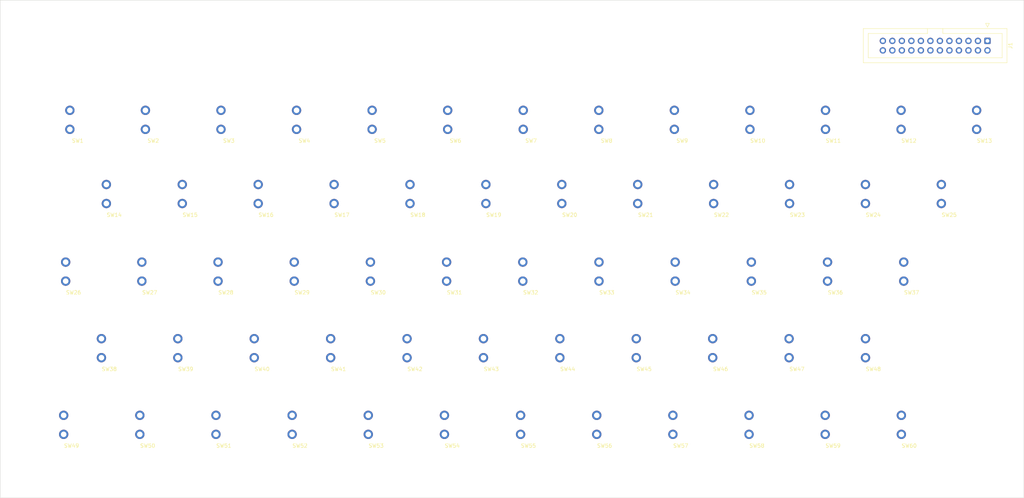
<source format=kicad_pcb>
(kicad_pcb (version 20221018) (generator pcbnew)
  (layers (0 "F.Cu" signal) (31 "B.Cu" signal) (34 "B.Paste" user) (35 "F.Paste" user) (36 "B.SilkS" user "B.Silkscreen") (37 "F.SilkS" user "F.Silkscreen") (38 "B.Mask" user) (39 "F.Mask" user) (44 "Edge.Cuts" user))
  (net 0 "")
  (net 1 "Net-(J1-Pin_1)")
  (net 2 "Net-(J1-Pin_2)")
  (net 3 "Net-(J1-Pin_3)")
  (net 4 "Net-(J1-Pin_4)")
  (net 5 "Net-(J1-Pin_5)")
  (net 6 "Net-(J1-Pin_6)")
  (footprint "Library:key" (layer "F.Cu") (at 180.757941 77.724)
    (fp_text reference "SW21" (at 2.159 1.016 unlocked) (layer "F.SilkS"))
    (fp_text value "u")
    (pad "" np_thru_hole circle (at -4.0005 5.461) (size 2.651836 2.651836) (drill 3.1) (layers "F&B.Cu" "*.Mask"))
    (pad "" np_thru_hole circle (at 4.0005 -4.572) (size 2.651836 2.651836) (drill 3.1) (layers "F&B.Cu" "*.Mask"))
    (pad "1" thru_hole circle (at 0.0635 -7.112) (size 2.5 2.5) (drill 1.5) (layers "*.Cu" "*.Mask") (net 4 "Net-(J1-Pin_4)"))
    (pad "2" thru_hole circle (at 0.0635 -2.032) (size 2.5 2.5) (drill 1.5) (layers "*.Cu" "*.Mask"))
  )
  (footprint "Library:key" (layer "F.Cu") (at 230.82942 139.3698)
    (fp_text reference "SW59" (at 2.159 1.016 unlocked) (layer "F.SilkS"))
    (fp_text value "symbol shift right")
    (pad "" np_thru_hole circle (at -4.0005 5.461) (size 2.651836 2.651836) (drill 3.1) (layers "F&B.Cu" "*.Mask"))
    (pad "" np_thru_hole circle (at 4.0005 -4.572) (size 2.651836 2.651836) (drill 3.1) (layers "F&B.Cu" "*.Mask"))
    (pad "1" thru_hole circle (at 0.0635 -7.112) (size 2.5 2.5) (drill 1.5) (layers "*.Cu" "*.Mask") (net 6 "Net-(J1-Pin_6)"))
    (pad "2" thru_hole circle (at 0.0635 -2.032) (size 2.5 2.5) (drill 1.5) (layers "*.Cu" "*.Mask"))
  )
  (footprint "Library:key" (layer "F.Cu") (at 170.412063 98.4504)
    (fp_text reference "SW33" (at 2.159 1.016 unlocked) (layer "F.SilkS"))
    (fp_text value "h")
    (pad "" np_thru_hole circle (at -4.0005 5.461) (size 2.651836 2.651836) (drill 3.1) (layers "F&B.Cu" "*.Mask"))
    (pad "" np_thru_hole circle (at 4.0005 -4.572) (size 2.651836 2.651836) (drill 3.1) (layers "F&B.Cu" "*.Mask"))
    (pad "1" thru_hole circle (at 0.0635 -7.112) (size 2.5 2.5) (drill 1.5) (layers "*.Cu" "*.Mask") (net 3 "Net-(J1-Pin_3)"))
    (pad "2" thru_hole circle (at 0.0635 -2.032) (size 2.5 2.5) (drill 1.5) (layers "*.Cu" "*.Mask"))
  )
  (footprint "Library:key" (layer "F.Cu") (at 251.1679 139.3698)
    (fp_text reference "SW60" (at 2.159 1.016 unlocked) (layer "F.SilkS"))
    (fp_text value "rus-lat")
    (pad "" np_thru_hole circle (at -4.0005 5.461) (size 2.651836 2.651836) (drill 3.1) (layers "F&B.Cu" "*.Mask"))
    (pad "" np_thru_hole circle (at 4.0005 -4.572) (size 2.651836 2.651836) (drill 3.1) (layers "F&B.Cu" "*.Mask"))
    (pad "1" thru_hole circle (at 0.0635 -7.112) (size 2.5 2.5) (drill 1.5) (layers "*.Cu" "*.Mask") (net 1 "Net-(J1-Pin_1)"))
    (pad "2" thru_hole circle (at 0.0635 -2.032) (size 2.5 2.5) (drill 1.5) (layers "*.Cu" "*.Mask") (net 2 "Net-(J1-Pin_2)"))
  )
  (footprint "Library:key" (layer "F.Cu") (at 49.277058 57.912)
    (fp_text reference "SW2" (at 2.159 1.016 unlocked) (layer "F.SilkS"))
    (fp_text value "inverted video")
    (pad "" np_thru_hole circle (at -4.0005 5.461) (size 2.651836 2.651836) (drill 3.1) (layers "F&B.Cu" "*.Mask"))
    (pad "" np_thru_hole circle (at 4.0005 -4.572) (size 2.651836 2.651836) (drill 3.1) (layers "F&B.Cu" "*.Mask"))
    (pad "1" thru_hole circle (at 0.0635 -7.112) (size 2.5 2.5) (drill 1.5) (layers "*.Cu" "*.Mask"))
    (pad "2" thru_hole circle (at 0.0635 -2.032) (size 2.5 2.5) (drill 1.5) (layers "*.Cu" "*.Mask"))
  )
  (footprint "Library:key" (layer "F.Cu") (at 221.303267 77.724)
    (fp_text reference "SW23" (at 2.159 1.016 unlocked) (layer "F.SilkS"))
    (fp_text value "o")
    (pad "" np_thru_hole circle (at -4.0005 5.461) (size 2.651836 2.651836) (drill 3.1) (layers "F&B.Cu" "*.Mask"))
    (pad "" np_thru_hole circle (at 4.0005 -4.572) (size 2.651836 2.651836) (drill 3.1) (layers "F&B.Cu" "*.Mask"))
    (pad "1" thru_hole circle (at 0.0635 -7.112) (size 2.5 2.5) (drill 1.5) (layers "*.Cu" "*.Mask") (net 6 "Net-(J1-Pin_6)"))
    (pad "2" thru_hole circle (at 0.0635 -2.032) (size 2.5 2.5) (drill 1.5) (layers "*.Cu" "*.Mask"))
  )
  (footprint "Library:key" (layer "F.Cu") (at 261.8486 77.724)
    (fp_text reference "SW25" (at 2.159 1.016 unlocked) (layer "F.SilkS"))
    (fp_text value "graph")
    (pad "" np_thru_hole circle (at -4.0005 5.461) (size 2.651836 2.651836) (drill 3.1) (layers "F&B.Cu" "*.Mask"))
    (pad "" np_thru_hole circle (at 4.0005 -4.572) (size 2.651836 2.651836) (drill 3.1) (layers "F&B.Cu" "*.Mask"))
    (pad "1" thru_hole circle (at 0.0635 -7.112) (size 2.5 2.5) (drill 1.5) (layers "*.Cu" "*.Mask"))
    (pad "2" thru_hole circle (at 0.0635 -2.032) (size 2.5 2.5) (drill 1.5) (layers "*.Cu" "*.Mask"))
  )
  (footprint "Library:key" (layer "F.Cu") (at 200.77938 118.8974)
    (fp_text reference "SW46" (at 2.159 1.016 unlocked) (layer "F.SilkS"))
    (fp_text value "m")
    (pad "" np_thru_hole circle (at -4.0005 5.461) (size 2.651836 2.651836) (drill 3.1) (layers "F&B.Cu" "*.Mask"))
    (pad "" np_thru_hole circle (at 4.0005 -4.572) (size 2.651836 2.651836) (drill 3.1) (layers "F&B.Cu" "*.Mask"))
    (pad "1" thru_hole circle (at 0.0635 -7.112) (size 2.5 2.5) (drill 1.5) (layers "*.Cu" "*.Mask") (net 5 "Net-(J1-Pin_5)"))
    (pad "2" thru_hole circle (at 0.0635 -2.032) (size 2.5 2.5) (drill 1.5) (layers "*.Cu" "*.Mask"))
  )
  (footprint "Library:key" (layer "F.Cu") (at 89.021227 98.4504)
    (fp_text reference "SW29" (at 2.159 1.016 unlocked) (layer "F.SilkS"))
    (fp_text value "s")
    (pad "" np_thru_hole circle (at -4.0005 5.461) (size 2.651836 2.651836) (drill 3.1) (layers "F&B.Cu" "*.Mask"))
    (pad "" np_thru_hole circle (at 4.0005 -4.572) (size 2.651836 2.651836) (drill 3.1) (layers "F&B.Cu" "*.Mask"))
    (pad "1" thru_hole circle (at 0.0635 -7.112) (size 2.5 2.5) (drill 1.5) (layers "*.Cu" "*.Mask") (net 6 "Net-(J1-Pin_6)"))
    (pad "2" thru_hole circle (at 0.0635 -2.032) (size 2.5 2.5) (drill 1.5) (layers "*.Cu" "*.Mask"))
  )
  (footprint "Library:key" (layer "F.Cu") (at 150.064354 98.4504)
    (fp_text reference "SW32" (at 2.159 1.016 unlocked) (layer "F.SilkS"))
    (fp_text value "g")
    (pad "" np_thru_hole circle (at -4.0005 5.461) (size 2.651836 2.651836) (drill 3.1) (layers "F&B.Cu" "*.Mask"))
    (pad "" np_thru_hole circle (at 4.0005 -4.572) (size 2.651836 2.651836) (drill 3.1) (layers "F&B.Cu" "*.Mask"))
    (pad "1" thru_hole circle (at 0.0635 -7.112) (size 2.5 2.5) (drill 1.5) (layers "*.Cu" "*.Mask") (net 3 "Net-(J1-Pin_3)"))
    (pad "2" thru_hole circle (at 0.0635 -2.032) (size 2.5 2.5) (drill 1.5) (layers "*.Cu" "*.Mask"))
  )
  (footprint "Library:key" (layer "F.Cu") (at 99.667289 77.724)
    (fp_text reference "SW17" (at 2.159 1.016 unlocked) (layer "F.SilkS"))
    (fp_text value "e")
    (pad "" np_thru_hole circle (at -4.0005 5.461) (size 2.651836 2.651836) (drill 3.1) (layers "F&B.Cu" "*.Mask"))
    (pad "" np_thru_hole circle (at 4.0005 -4.572) (size 2.651836 2.651836) (drill 3.1) (layers "F&B.Cu" "*.Mask"))
    (pad "1" thru_hole circle (at 0.0635 -7.112) (size 2.5 2.5) (drill 1.5) (layers "*.Cu" "*.Mask"))
    (pad "2" thru_hole circle (at 0.0635 -2.032) (size 2.5 2.5) (drill 1.5) (layers "*.Cu" "*.Mask"))
  )
  (footprint "Library:key" (layer "F.Cu") (at 27.4447 139.3698)
    (fp_text reference "SW49" (at 2.159 1.016 unlocked) (layer "F.SilkS"))
    (fp_text value "symbol shift left")
    (pad "" np_thru_hole circle (at -4.0005 5.461) (size 2.651836 2.651836) (drill 3.1) (layers "F&B.Cu" "*.Mask"))
    (pad "" np_thru_hole circle (at 4.0005 -4.572) (size 2.651836 2.651836) (drill 3.1) (layers "F&B.Cu" "*.Mask"))
    (pad "1" thru_hole circle (at 0.0635 -7.112) (size 2.5 2.5) (drill 1.5) (layers "*.Cu" "*.Mask"))
    (pad "2" thru_hole circle (at 0.0635 -2.032) (size 2.5 2.5) (drill 1.5) (layers "*.Cu" "*.Mask") (net 6 "Net-(J1-Pin_6)"))
  )
  (footprint "Library:key" (layer "F.Cu") (at 251.8029 98.4504)
    (fp_text reference "SW37" (at 2.159 1.016 unlocked) (layer "F.SilkS"))
    (fp_text value "enter")
    (pad "" np_thru_hole circle (at -4.0005 5.461) (size 2.651836 2.651836) (drill 3.1) (layers "F&B.Cu" "*.Mask"))
    (pad "" np_thru_hole circle (at 4.0005 -4.572) (size 2.651836 2.651836) (drill 3.1) (layers "F&B.Cu" "*.Mask"))
    (pad "1" thru_hole circle (at 0.0635 -7.112) (size 2.5 2.5) (drill 1.5) (layers "*.Cu" "*.Mask"))
    (pad "2" thru_hole circle (at 0.0635 -2.032) (size 2.5 2.5) (drill 1.5) (layers "*.Cu" "*.Mask"))
  )
  (footprint "Library:key" (layer "F.Cu") (at 271.272 57.912)
    (fp_text reference "SW13" (at 2.159 1.016 unlocked) (layer "F.SilkS"))
    (fp_text value "Break")
    (pad "" np_thru_hole circle (at -4.0005 5.461) (size 2.651836 2.651836) (drill 3.1) (layers "F&B.Cu" "*.Mask"))
    (pad "" np_thru_hole circle (at 4.0005 -4.572) (size 2.651836 2.651836) (drill 3.1) (layers "F&B.Cu" "*.Mask"))
    (pad "1" thru_hole circle (at 0.0635 -7.112) (size 2.5 2.5) (drill 1.5) (layers "*.Cu" "*.Mask"))
    (pad "2" thru_hole circle (at 0.0635 -2.032) (size 2.5 2.5) (drill 1.5) (layers "*.Cu" "*.Mask"))
  )
  (footprint "Library:key" (layer "F.Cu") (at 57.93486 118.8974)
    (fp_text reference "SW39" (at 2.159 1.016 unlocked) (layer "F.SilkS"))
    (fp_text value "caps lock")
    (pad "" np_thru_hole circle (at -4.0005 5.461) (size 2.651836 2.651836) (drill 3.1) (layers "F&B.Cu" "*.Mask"))
    (pad "" np_thru_hole circle (at 4.0005 -4.572) (size 2.651836 2.651836) (drill 3.1) (layers "F&B.Cu" "*.Mask"))
    (pad "1" thru_hole circle (at 0.0635 -7.112) (size 2.5 2.5) (drill 1.5) (layers "*.Cu" "*.Mask"))
    (pad "2" thru_hole circle (at 0.0635 -2.032) (size 2.5 2.5) (drill 1.5) (layers "*.Cu" "*.Mask"))
  )
  (footprint "Library:key" (layer "F.Cu") (at 140.212615 77.724)
    (fp_text reference "SW19" (at 2.159 1.016 unlocked) (layer "F.SilkS"))
    (fp_text value "t")
    (pad "" np_thru_hole circle (at -4.0005 5.461) (size 2.651836 2.651836) (drill 3.1) (layers "F&B.Cu" "*.Mask"))
    (pad "" np_thru_hole circle (at 4.0005 -4.572) (size 2.651836 2.651836) (drill 3.1) (layers "F&B.Cu" "*.Mask"))
    (pad "1" thru_hole circle (at 0.0635 -7.112) (size 2.5 2.5) (drill 1.5) (layers "*.Cu" "*.Mask") (net 3 "Net-(J1-Pin_3)"))
    (pad "2" thru_hole circle (at 0.0635 -2.032) (size 2.5 2.5) (drill 1.5) (layers "*.Cu" "*.Mask"))
  )
  (footprint "Library:key" (layer "F.Cu") (at 68.673518 98.4504)
    (fp_text reference "SW28" (at 2.159 1.016 unlocked) (layer "F.SilkS"))
    (fp_text value "a")
    (pad "" np_thru_hole circle (at -4.0005 5.461) (size 2.651836 2.651836) (drill 3.1) (layers "F&B.Cu" "*.Mask"))
    (pad "" np_thru_hole circle (at 4.0005 -4.572) (size 2.651836 2.651836) (drill 3.1) (layers "F&B.Cu" "*.Mask"))
    (pad "1" thru_hole circle (at 0.0635 -7.112) (size 2.5 2.5) (drill 1.5) (layers "*.Cu" "*.Mask"))
    (pad "2" thru_hole circle (at 0.0635 -2.032) (size 2.5 2.5) (drill 1.5) (layers "*.Cu" "*.Mask"))
  )
  (footprint "Library:key" (layer "F.Cu") (at 241.57593 77.724)
    (fp_text reference "SW24" (at 2.159 1.016 unlocked) (layer "F.SilkS"))
    (fp_text value "p")
    (pad "" np_thru_hole circle (at -4.0005 5.461) (size 2.651836 2.651836) (drill 3.1) (layers "F&B.Cu" "*.Mask"))
    (pad "" np_thru_hole circle (at 4.0005 -4.572) (size 2.651836 2.651836) (drill 3.1) (layers "F&B.Cu" "*.Mask"))
    (pad "1" thru_hole circle (at 0.0635 -7.112) (size 2.5 2.5) (drill 1.5) (layers "*.Cu" "*.Mask"))
    (pad "2" thru_hole circle (at 0.0635 -2.032) (size 2.5 2.5) (drill 1.5) (layers "*.Cu" "*.Mask"))
  )
  (footprint "Library:key" (layer "F.Cu") (at 190.546564 57.912)
    (fp_text reference "SW9" (at 2.159 1.016 unlocked) (layer "F.SilkS"))
    (fp_text value "7")
    (pad "" np_thru_hole circle (at -4.0005 5.461) (size 2.651836 2.651836) (drill 3.1) (layers "F&B.Cu" "*.Mask"))
    (pad "" np_thru_hole circle (at 4.0005 -4.572) (size 2.651836 2.651836) (drill 3.1) (layers "F&B.Cu" "*.Mask"))
    (pad "1" thru_hole circle (at 0.0635 -7.112) (size 2.5 2.5) (drill 1.5) (layers "*.Cu" "*.Mask") (net 4 "Net-(J1-Pin_4)"))
    (pad "2" thru_hole circle (at 0.0635 -2.032) (size 2.5 2.5) (drill 1.5) (layers "*.Cu" "*.Mask"))
  )
  (footprint "Library:key" (layer "F.Cu") (at 190.759772 98.4504)
    (fp_text reference "SW34" (at 2.159 1.016 unlocked) (layer "F.SilkS"))
    (fp_text value "j")
    (pad "" np_thru_hole circle (at -4.0005 5.461) (size 2.651836 2.651836) (drill 3.1) (layers "F&B.Cu" "*.Mask"))
    (pad "" np_thru_hole circle (at 4.0005 -4.572) (size 2.651836 2.651836) (drill 3.1) (layers "F&B.Cu" "*.Mask"))
    (pad "1" thru_hole circle (at 0.0635 -7.112) (size 2.5 2.5) (drill 1.5) (layers "*.Cu" "*.Mask") (net 4 "Net-(J1-Pin_4)"))
    (pad "2" thru_hole circle (at 0.0635 -2.032) (size 2.5 2.5) (drill 1.5) (layers "*.Cu" "*.Mask"))
  )
  (footprint "Library:key" (layer "F.Cu") (at 130.00249 57.912)
    (fp_text reference "SW6" (at 2.159 1.016 unlocked) (layer "F.SilkS"))
    (fp_text value "4")
    (pad "" np_thru_hole circle (at -4.0005 5.461) (size 2.651836 2.651836) (drill 3.1) (layers "F&B.Cu" "*.Mask"))
    (pad "" np_thru_hole circle (at 4.0005 -4.572) (size 2.651836 2.651836) (drill 3.1) (layers "F&B.Cu" "*.Mask"))
    (pad "1" thru_hole circle (at 0.0635 -7.112) (size 2.5 2.5) (drill 1.5) (layers "*.Cu" "*.Mask"))
    (pad "2" thru_hole circle (at 0.0635 -2.032) (size 2.5 2.5) (drill 1.5) (layers "*.Cu" "*.Mask"))
  )
  (footprint "Library:key" (layer "F.Cu") (at 251.090638 57.912)
    (fp_text reference "SW12" (at 2.159 1.016 unlocked) (layer "F.SilkS"))
    (fp_text value "0")
    (pad "" np_thru_hole circle (at -4.0005 5.461) (size 2.651836 2.651836) (drill 3.1) (layers "F&B.Cu" "*.Mask"))
    (pad "" np_thru_hole circle (at 4.0005 -4.572) (size 2.651836 2.651836) (drill 3.1) (layers "F&B.Cu" "*.Mask"))
    (pad "1" thru_hole circle (at 0.0635 -7.112) (size 2.5 2.5) (drill 1.5) (layers "*.Cu" "*.Mask"))
    (pad "2" thru_hole circle (at 0.0635 -2.032) (size 2.5 2.5) (drill 1.5) (layers "*.Cu" "*.Mask"))
  )
  (footprint "Library:key" (layer "F.Cu") (at 201.030604 77.724)
    (fp_text reference "SW22" (at 2.159 1.016 unlocked) (layer "F.SilkS"))
    (fp_text value "i")
    (pad "" np_thru_hole circle (at -4.0005 5.461) (size 2.651836 2.651836) (drill 3.1) (layers "F&B.Cu" "*.Mask"))
    (pad "" np_thru_hole circle (at 4.0005 -4.572) (size 2.651836 2.651836) (drill 3.1) (layers "F&B.Cu" "*.Mask"))
    (pad "1" thru_hole circle (at 0.0635 -7.112) (size 2.5 2.5) (drill 1.5) (layers "*.Cu" "*.Mask") (net 5 "Net-(J1-Pin_5)"))
    (pad "2" thru_hole circle (at 0.0635 -2.032) (size 2.5 2.5) (drill 1.5) (layers "*.Cu" "*.Mask"))
  )
  (footprint "Library:key" (layer "F.Cu") (at 180.37302 118.8974)
    (fp_text reference "SW45" (at 2.159 1.016 unlocked) (layer "F.SilkS"))
    (fp_text value "n")
    (pad "" np_thru_hole circle (at -4.0005 5.461) (size 2.651836 2.651836) (drill 3.1) (layers "F&B.Cu" "*.Mask"))
    (pad "" np_thru_hole circle (at 4.0005 -4.572) (size 2.651836 2.651836) (drill 3.1) (layers "F&B.Cu" "*.Mask"))
    (pad "1" thru_hole circle (at 0.0635 -7.112) (size 2.5 2.5) (drill 1.5) (layers "*.Cu" "*.Mask") (net 4 "Net-(J1-Pin_4)"))
    (pad "2" thru_hole circle (at 0.0635 -2.032) (size 2.5 2.5) (drill 1.5) (layers "*.Cu" "*.Mask"))
  )
  (footprint "Library:key" (layer "F.Cu") (at 190.152476 139.3698)
    (fp_text reference "SW57" (at 2.159 1.016 unlocked) (layer "F.SilkS"))
    (fp_text value "down")
    (pad "" np_thru_hole circle (at -4.0005 5.461) (size 2.651836 2.651836) (drill 3.1) (layers "F&B.Cu" "*.Mask"))
    (pad "" np_thru_hole circle (at 4.0005 -4.572) (size 2.651836 2.651836) (drill 3.1) (layers "F&B.Cu" "*.Mask"))
    (pad "1" thru_hole circle (at 0.0635 -7.112) (size 2.5 2.5) (drill 1.5) (layers "*.Cu" "*.Mask"))
    (pad "2" thru_hole circle (at 0.0635 -2.032) (size 2.5 2.5) (drill 1.5) (layers "*.Cu" "*.Mask"))
  )
  (footprint "Library:key" (layer "F.Cu") (at 210.490948 139.3698)
    (fp_text reference "SW58" (at 2.159 1.016 unlocked) (layer "F.SilkS"))
    (fp_text value "comma")
    (pad "" np_thru_hole circle (at -4.0005 5.461) (size 2.651836 2.651836) (drill 3.1) (layers "F&B.Cu" "*.Mask"))
    (pad "" np_thru_hole circle (at 4.0005 -4.572) (size 2.651836 2.651836) (drill 3.1) (layers "F&B.Cu" "*.Mask"))
    (pad "1" thru_hole circle (at 0.0635 -7.112) (size 2.5 2.5) (drill 1.5) (layers "*.Cu" "*.Mask"))
    (pad "2" thru_hole circle (at 0.0635 -2.032) (size 2.5 2.5) (drill 1.5) (layers "*.Cu" "*.Mask"))
  )
  (footprint "Library:key" (layer "F.Cu") (at 98.74758 118.8974)
    (fp_text reference "SW41" (at 2.159 1.016 unlocked) (layer "F.SilkS"))
    (fp_text value "x")
    (pad "" np_thru_hole circle (at -4.0005 5.461) (size 2.651836 2.651836) (drill 3.1) (layers "F&B.Cu" "*.Mask"))
    (pad "" np_thru_hole circle (at 4.0005 -4.572) (size 2.651836 2.651836) (drill 3.1) (layers "F&B.Cu" "*.Mask"))
    (pad "1" thru_hole circle (at 0.0635 -7.112) (size 2.5 2.5) (drill 1.5) (layers "*.Cu" "*.Mask"))
    (pad "2" thru_hole circle (at 0.0635 -2.032) (size 2.5 2.5) (drill 1.5) (layers "*.Cu" "*.Mask"))
  )
  (footprint "Library:key" (layer "F.Cu") (at 68.121644 139.3698)
    (fp_text reference "SW51" (at 2.159 1.016 unlocked) (layer "F.SilkS"))
    (fp_text value "quotes")
    (pad "" np_thru_hole circle (at -4.0005 5.461) (size 2.651836 2.651836) (drill 3.1) (layers "F&B.Cu" "*.Mask"))
    (pad "" np_thru_hole circle (at 4.0005 -4.572) (size 2.651836 2.651836) (drill 3.1) (layers "F&B.Cu" "*.Mask"))
    (pad "1" thru_hole circle (at 0.0635 -7.112) (size 2.5 2.5) (drill 1.5) (layers "*.Cu" "*.Mask"))
    (pad "2" thru_hole circle (at 0.0635 -2.032) (size 2.5 2.5) (drill 1.5) (layers "*.Cu" "*.Mask"))
  )
  (footprint "Library:key" (layer "F.Cu") (at 231.45519 98.4504)
    (fp_text reference "SW36" (at 2.159 1.016 unlocked) (layer "F.SilkS"))
    (fp_text value "l")
    (pad "" np_thru_hole circle (at -4.0005 5.461) (size 2.651836 2.651836) (drill 3.1) (layers "F&B.Cu" "*.Mask"))
    (pad "" np_thru_hole circle (at 4.0005 -4.572) (size 2.651836 2.651836) (drill 3.1) (layers "F&B.Cu" "*.Mask"))
    (pad "1" thru_hole circle (at 0.0635 -7.112) (size 2.5 2.5) (drill 1.5) (layers "*.Cu" "*.Mask") (net 6 "Net-(J1-Pin_6)"))
    (pad "2" thru_hole circle (at 0.0635 -2.032) (size 2.5 2.5) (drill 1.5) (layers "*.Cu" "*.Mask"))
  )
  (footprint "Library:key" (layer "F.Cu") (at 241.5921 118.8974)
    (fp_text reference "SW48" (at 2.159 1.016 unlocked) (layer "F.SilkS"))
    (fp_text value "caps shift right")
    (pad "" np_thru_hole circle (at -4.0005 5.461) (size 2.651836 2.651836) (drill 3.1) (layers "F&B.Cu" "*.Mask"))
    (pad "" np_thru_hole circle (at 4.0005 -4.572) (size 2.651836 2.651836) (drill 3.1) (layers "F&B.Cu" "*.Mask"))
    (pad "1" thru_hole circle (at 0.0635 -7.112) (size 2.5 2.5) (drill 1.5) (layers "*.Cu" "*.Mask"))
    (pad "2" thru_hole circle (at 0.0635 -2.032) (size 2.5 2.5) (drill 1.5) (layers "*.Cu" "*.Mask"))
  )
  (footprint "Library:key" (layer "F.Cu") (at 210.727922 57.912)
    (fp_text reference "SW10" (at 2.159 1.016 unlocked) (layer "F.SilkS"))
    (fp_text value "8")
    (pad "" np_thru_hole circle (at -4.0005 5.461) (size 2.651836 2.651836) (drill 3.1) (layers "F&B.Cu" "*.Mask"))
    (pad "" np_thru_hole circle (at 4.0005 -4.572) (size 2.651836 2.651836) (drill 3.1) (layers "F&B.Cu" "*.Mask"))
    (pad "1" thru_hole circle (at 0.0635 -7.112) (size 2.5 2.5) (drill 1.5) (layers "*.Cu" "*.Mask") (net 5 "Net-(J1-Pin_5)"))
    (pad "2" thru_hole circle (at 0.0635 -2.032) (size 2.5 2.5) (drill 1.5) (layers "*.Cu" "*.Mask"))
  )
  (footprint "Library:key" (layer "F.Cu") (at 89.639774 57.912)
    (fp_text reference "SW4" (at 2.159 1.016 unlocked) (layer "F.SilkS"))
    (fp_text value "2")
    (pad "" np_thru_hole circle (at -4.0005 5.461) (size 2.651836 2.651836) (drill 3.1) (layers "F&B.Cu" "*.Mask"))
    (pad "" np_thru_hole circle (at 4.0005 -4.572) (size 2.651836 2.651836) (drill 3.1) (layers "F&B.Cu" "*.Mask"))
    (pad "1" thru_hole circle (at 0.0635 -7.112) (size 2.5 2.5) (drill 1.5) (layers "*.Cu" "*.Mask") (net 6 "Net-(J1-Pin_6)"))
    (pad "2" thru_hole circle (at 0.0635 -2.032) (size 2.5 2.5) (drill 1.5) (layers "*.Cu" "*.Mask"))
  )
  (footprint "Library:key" (layer "F.Cu") (at 129.716645 98.4504)
    (fp_text reference "SW31" (at 2.159 1.016 unlocked) (layer "F.SilkS"))
    (fp_text value "f")
    (pad "" np_thru_hole circle (at -4.0005 5.461) (size 2.651836 2.651836) (drill 3.1) (layers "F&B.Cu" "*.Mask"))
    (pad "" np_thru_hole circle (at 4.0005 -4.572) (size 2.651836 2.651836) (drill 3.1) (layers "F&B.Cu" "*.Mask"))
    (pad "1" thru_hole circle (at 0.0635 -7.112) (size 2.5 2.5) (drill 1.5) (layers "*.Cu" "*.Mask"))
    (pad "2" thru_hole circle (at 0.0635 -2.032) (size 2.5 2.5) (drill 1.5) (layers "*.Cu" "*.Mask"))
  )
  (footprint "Library:key" (layer "F.Cu") (at 109.821132 57.912)
    (fp_text reference "SW5" (at 2.159 1.016 unlocked) (layer "F.SilkS"))
    (fp_text value "3")
    (pad "" np_thru_hole circle (at -4.0005 5.461) (size 2.651836 2.651836) (drill 3.1) (layers "F&B.Cu" "*.Mask"))
    (pad "" np_thru_hole circle (at 4.0005 -4.572) (size 2.651836 2.651836) (drill 3.1) (layers "F&B.Cu" "*.Mask"))
    (pad "1" thru_hole circle (at 0.0635 -7.112) (size 2.5 2.5) (drill 1.5) (layers "*.Cu" "*.Mask"))
    (pad "2" thru_hole circle (at 0.0635 -2.032) (size 2.5 2.5) (drill 1.5) (layers "*.Cu" "*.Mask"))
  )
  (footprint "Library:key" (layer "F.Cu") (at 29.0957 57.912)
    (fp_text reference "SW1" (at 2.159 1.016 unlocked) (layer "F.SilkS"))
    (fp_text value "true video")
    (pad "" np_thru_hole circle (at -4.0005 5.461) (size 2.651836 2.651836) (drill 3.1) (layers "F&B.Cu" "*.Mask"))
    (pad "" np_thru_hole circle (at 4.0005 -4.572) (size 2.651836 2.651836) (drill 3.1) (layers "F&B.Cu" "*.Mask"))
    (pad "1" thru_hole circle (at 0.0635 -7.112) (size 2.5 2.5) (drill 1.5) (layers "*.Cu" "*.Mask"))
    (pad "2" thru_hole circle (at 0.0635 -2.032) (size 2.5 2.5) (drill 1.5) (layers "*.Cu" "*.Mask"))
  )
  (footprint "Library:key" (layer "F.Cu") (at 150.183848 57.912)
    (fp_text reference "SW7" (at 2.159 1.016 unlocked) (layer "F.SilkS"))
    (fp_text value "5")
    (pad "" np_thru_hole circle (at -4.0005 5.461) (size 2.651836 2.651836) (drill 3.1) (layers "F&B.Cu" "*.Mask"))
    (pad "" np_thru_hole circle (at 4.0005 -4.572) (size 2.651836 2.651836) (drill 3.1) (layers "F&B.Cu" "*.Mask"))
    (pad "1" thru_hole circle (at 0.0635 -7.112) (size 2.5 2.5) (drill 1.5) (layers "*.Cu" "*.Mask") (net 3 "Net-(J1-Pin_3)"))
    (pad "2" thru_hole circle (at 0.0635 -2.032) (size 2.5 2.5) (drill 1.5) (layers "*.Cu" "*.Mask"))
  )
  (footprint "Library:key" (layer "F.Cu") (at 108.798588 139.3698)
    (fp_text reference "SW53" (at 2.159 1.016 unlocked) (layer "F.SilkS"))
    (fp_text value "right")
    (pad "" np_thru_hole circle (at -4.0005 5.461) (size 2.651836 2.651836) (drill 3.1) (layers "F&B.Cu" "*.Mask"))
    (pad "" np_thru_hole circle (at 4.0005 -4.572) (size 2.651836 2.651836) (drill 3.1) (layers "F&B.Cu" "*.Mask"))
    (pad "1" thru_hole circle (at 0.0635 -7.112) (size 2.5 2.5) (drill 1.5) (layers "*.Cu" "*.Mask"))
    (pad "2" thru_hole circle (at 0.0635 -2.032) (size 2.5 2.5) (drill 1.5) (layers "*.Cu" "*.Mask"))
  )
  (footprint "Connector_IDC:IDC-Header_2x12_P2.54mm_Vertical" (layer "F.Cu") (at 274.2311 32.258 -90)
    (fp_text reference "J1" (at 1.27 -6.1 90) (layer "F.SilkS"))
    (fp_text value "Conn_02x12_Odd_Even")
    (fp_line (start -4.68 -0.5) (end -4.68 0.5) (stroke (width 0.12)) (layer "F.SilkS"))
    (fp_line (start -4.68 0.5) (end -3.68 0) (stroke (width 0.12)) (layer "F.SilkS"))
    (fp_line (start -3.68 0) (end -4.68 -0.5) (stroke (width 0.12)) (layer "F.SilkS"))
    (fp_line (start -3.29 -5.21) (end 5.83 -5.21) (stroke (width 0.12)) (layer "F.SilkS"))
    (fp_line (start -3.29 11.92) (end -1.98 11.92) (stroke (width 0.12)) (layer "F.SilkS"))
    (fp_line (start -3.29 33.15) (end -3.29 -5.21) (stroke (width 0.12)) (layer "F.SilkS"))
    (fp_line (start -1.98 -3.91) (end 4.52 -3.91) (stroke (width 0.12)) (layer "F.SilkS"))
    (fp_line (start -1.98 11.92) (end -1.98 -3.91) (stroke (width 0.12)) (layer "F.SilkS"))
    (fp_line (start -1.98 16.02) (end -3.29 16.02) (stroke (width 0.12)) (layer "F.SilkS"))
    (fp_line (start -1.98 16.02) (end -1.98 16.02) (stroke (width 0.12)) (layer "F.SilkS"))
    (fp_line (start -1.98 31.85) (end -1.98 16.02) (stroke (width 0.12)) (layer "F.SilkS"))
    (fp_line (start 4.52 -3.91) (end 4.52 31.85) (stroke (width 0.12)) (layer "F.SilkS"))
    (fp_line (start 4.52 31.85) (end -1.98 31.85) (stroke (width 0.12)) (layer "F.SilkS"))
    (fp_line (start 5.83 -5.21) (end 5.83 33.15) (stroke (width 0.12)) (layer "F.SilkS"))
    (fp_line (start 5.83 33.15) (end -3.29 33.15) (stroke (width 0.12)) (layer "F.SilkS"))
    (pad "1" thru_hole roundrect (at 0 0 270) (size 1.7 1.7) (drill 1) (layers "*.Cu" "*.Mask") (roundrect_rratio 0.147059) (net 1 "Net-(J1-Pin_1)"))
    (pad "2" thru_hole circle (at 2.54 0 270) (size 1.7 1.7) (drill 1) (layers "*.Cu" "*.Mask") (net 2 "Net-(J1-Pin_2)"))
    (pad "3" thru_hole circle (at 0 2.54 270) (size 1.7 1.7) (drill 1) (layers "*.Cu" "*.Mask") (net 3 "Net-(J1-Pin_3)"))
    (pad "4" thru_hole circle (at 2.54 2.54 270) (size 1.7 1.7) (drill 1) (layers "*.Cu" "*.Mask") (net 4 "Net-(J1-Pin_4)"))
    (pad "5" thru_hole circle (at 0 5.08 270) (size 1.7 1.7) (drill 1) (layers "*.Cu" "*.Mask") (net 5 "Net-(J1-Pin_5)"))
    (pad "6" thru_hole circle (at 2.54 5.08 270) (size 1.7 1.7) (drill 1) (layers "*.Cu" "*.Mask") (net 6 "Net-(J1-Pin_6)"))
    (pad "7" thru_hole circle (at 0 7.62 270) (size 1.7 1.7) (drill 1) (layers "*.Cu" "*.Mask"))
    (pad "8" thru_hole circle (at 2.54 7.62 270) (size 1.7 1.7) (drill 1) (layers "*.Cu" "*.Mask"))
    (pad "9" thru_hole circle (at 0 10.16 270) (size 1.7 1.7) (drill 1) (layers "*.Cu" "*.Mask"))
    (pad "10" thru_hole circle (at 2.54 10.16 270) (size 1.7 1.7) (drill 1) (layers "*.Cu" "*.Mask"))
    (pad "11" thru_hole circle (at 0 12.7 270) (size 1.7 1.7) (drill 1) (layers "*.Cu" "*.Mask"))
    (pad "12" thru_hole circle (at 2.54 12.7 270) (size 1.7 1.7) (drill 1) (layers "*.Cu" "*.Mask"))
    (pad "13" thru_hole circle (at 0 15.24 270) (size 1.7 1.7) (drill 1) (layers "*.Cu" "*.Mask"))
    (pad "14" thru_hole circle (at 2.54 15.24 270) (size 1.7 1.7) (drill 1) (layers "*.Cu" "*.Mask"))
    (pad "15" thru_hole circle (at 0 17.78 270) (size 1.7 1.7) (drill 1) (layers "*.Cu" "*.Mask"))
    (pad "16" thru_hole circle (at 2.54 17.78 270) (size 1.7 1.7) (drill 1) (layers "*.Cu" "*.Mask"))
    (pad "17" thru_hole circle (at 0 20.32 270) (size 1.7 1.7) (drill 1) (layers "*.Cu" "*.Mask"))
    (pad "18" thru_hole circle (at 2.54 20.32 270) (size 1.7 1.7) (drill 1) (layers "*.Cu" "*.Mask"))
    (pad "19" thru_hole circle (at 0 22.86 270) (size 1.7 1.7) (drill 1) (layers "*.Cu" "*.Mask"))
    (pad "20" thru_hole circle (at 2.54 22.86 270) (size 1.7 1.7) (drill 1) (layers "*.Cu" "*.Mask"))
    (pad "21" thru_hole circle (at 0 25.4 270) (size 1.7 1.7) (drill 1) (layers "*.Cu" "*.Mask"))
    (pad "22" thru_hole circle (at 2.54 25.4 270) (size 1.7 1.7) (drill 1) (layers "*.Cu" "*.Mask"))
    (pad "23" thru_hole circle (at 0 27.94 270) (size 1.7 1.7) (drill 1) (layers "*.Cu" "*.Mask"))
    (pad "24" thru_hole circle (at 2.54 27.94 270) (size 1.7 1.7) (drill 1) (layers "*.Cu" "*.Mask"))
  )
  (footprint "Library:key" (layer "F.Cu") (at 169.814004 139.3698)
    (fp_text reference "SW56" (at 2.159 1.016 unlocked) (layer "F.SilkS"))
    (fp_text value "up")
    (pad "" np_thru_hole circle (at -4.0005 5.461) (size 2.651836 2.651836) (drill 3.1) (layers "F&B.Cu" "*.Mask"))
    (pad "" np_thru_hole circle (at 4.0005 -4.572) (size 2.651836 2.651836) (drill 3.1) (layers "F&B.Cu" "*.Mask"))
    (pad "1" thru_hole circle (at 0.0635 -7.112) (size 2.5 2.5) (drill 1.5) (layers "*.Cu" "*.Mask"))
    (pad "2" thru_hole circle (at 0.0635 -2.032) (size 2.5 2.5) (drill 1.5) (layers "*.Cu" "*.Mask"))
  )
  (footprint "Library:key" (layer "F.Cu") (at 79.394626 77.724)
    (fp_text reference "SW16" (at 2.159 1.016 unlocked) (layer "F.SilkS"))
    (fp_text value "w")
    (pad "" np_thru_hole circle (at -4.0005 5.461) (size 2.651836 2.651836) (drill 3.1) (layers "F&B.Cu" "*.Mask"))
    (pad "" np_thru_hole circle (at 4.0005 -4.572) (size 2.651836 2.651836) (drill 3.1) (layers "F&B.Cu" "*.Mask"))
    (pad "1" thru_hole circle (at 0.0635 -7.112) (size 2.5 2.5) (drill 1.5) (layers "*.Cu" "*.Mask") (net 6 "Net-(J1-Pin_6)"))
    (pad "2" thru_hole circle (at 0.0635 -2.032) (size 2.5 2.5) (drill 1.5) (layers "*.Cu" "*.Mask"))
  )
  (footprint "Library:key" (layer "F.Cu") (at 78.34122 118.8974)
    (fp_text reference "SW40" (at 2.159 1.016 unlocked) (layer "F.SilkS"))
    (fp_text value "z")
    (pad "" np_thru_hole circle (at -4.0005 5.461) (size 2.651836 2.651836) (drill 3.1) (layers "F&B.Cu" "*.Mask"))
    (pad "" np_thru_hole circle (at 4.0005 -4.572) (size 2.651836 2.651836) (drill 3.1) (layers "F&B.Cu" "*.Mask"))
    (pad "1" thru_hole circle (at 0.0635 -7.112) (size 2.5 2.5) (drill 1.5) (layers "*.Cu" "*.Mask") (net 6 "Net-(J1-Pin_6)"))
    (pad "2" thru_hole circle (at 0.0635 -2.032) (size 2.5 2.5) (drill 1.5) (layers "*.Cu" "*.Mask"))
  )
  (footprint "Library:key" (layer "F.Cu") (at 119.939952 77.724)
    (fp_text reference "SW18" (at 2.159 1.016 unlocked) (layer "F.SilkS"))
    (fp_text value "r")
    (pad "" np_thru_hole circle (at -4.0005 5.461) (size 2.651836 2.651836) (drill 3.1) (layers "F&B.Cu" "*.Mask"))
    (pad "" np_thru_hole circle (at 4.0005 -4.572) (size 2.651836 2.651836) (drill 3.1) (layers "F&B.Cu" "*.Mask"))
    (pad "1" thru_hole circle (at 0.0635 -7.112) (size 2.5 2.5) (drill 1.5) (layers "*.Cu" "*.Mask"))
    (pad "2" thru_hole circle (at 0.0635 -2.032) (size 2.5 2.5) (drill 1.5) (layers "*.Cu" "*.Mask"))
  )
  (footprint "Library:key" (layer "F.Cu") (at 119.15394 118.8974)
    (fp_text reference "SW42" (at 2.159 1.016 unlocked) (layer "F.SilkS"))
    (fp_text value "c")
    (pad "" np_thru_hole circle (at -4.0005 5.461) (size 2.651836 2.651836) (drill 3.1) (layers "F&B.Cu" "*.Mask"))
    (pad "" np_thru_hole circle (at 4.0005 -4.572) (size 2.651836 2.651836) (drill 3.1) (layers "F&B.Cu" "*.Mask"))
    (pad "1" thru_hole circle (at 0.0635 -7.112) (size 2.5 2.5) (drill 1.5) (layers "*.Cu" "*.Mask"))
    (pad "2" thru_hole circle (at 0.0635 -2.032) (size 2.5 2.5) (drill 1.5) (layers "*.Cu" "*.Mask"))
  )
  (footprint "Library:key" (layer "F.Cu") (at 129.13706 139.3698)
    (fp_text reference "SW54" (at 2.159 1.016 unlocked) (layer "F.SilkS"))
    (fp_text value "left space")
    (pad "" np_thru_hole circle (at -4.0005 5.461) (size 2.651836 2.651836) (drill 3.1) (layers "F&B.Cu" "*.Mask"))
    (pad "" np_thru_hole circle (at 4.0005 -4.572) (size 2.651836 2.651836) (drill 3.1) (layers "F&B.Cu" "*.Mask"))
    (pad "1" thru_hole circle (at 0.0635 -7.112) (size 2.5 2.5) (drill 1.5) (layers "*.Cu" "*.Mask"))
    (pad "2" thru_hole circle (at 0.0635 -2.032) (size 2.5 2.5) (drill 1.5) (layers "*.Cu" "*.Mask"))
  )
  (footprint "Library:key" (layer "F.Cu") (at 88.460116 139.3698)
    (fp_text reference "SW52" (at 2.159 1.016 unlocked) (layer "F.SilkS"))
    (fp_text value "left")
    (pad "" np_thru_hole circle (at -4.0005 5.461) (size 2.651836 2.651836) (drill 3.1) (layers "F&B.Cu" "*.Mask"))
    (pad "" np_thru_hole circle (at 4.0005 -4.572) (size 2.651836 2.651836) (drill 3.1) (layers "F&B.Cu" "*.Mask"))
    (pad "1" thru_hole circle (at 0.0635 -7.112) (size 2.5 2.5) (drill 1.5) (layers "*.Cu" "*.Mask"))
    (pad "2" thru_hole circle (at 0.0635 -2.032) (size 2.5 2.5) (drill 1.5) (layers "*.Cu" "*.Mask"))
  )
  (footprint "Library:key" (layer "F.Cu") (at 139.5603 118.8974)
    (fp_text reference "SW43" (at 2.159 1.016 unlocked) (layer "F.SilkS"))
    (fp_text value "v")
    (pad "" np_thru_hole circle (at -4.0005 5.461) (size 2.651836 2.651836) (drill 3.1) (layers "F&B.Cu" "*.Mask"))
    (pad "" np_thru_hole circle (at 4.0005 -4.572) (size 2.651836 2.651836) (drill 3.1) (layers "F&B.Cu" "*.Mask"))
    (pad "1" thru_hole circle (at 0.0635 -7.112) (size 2.5 2.5) (drill 1.5) (layers "*.Cu" "*.Mask") (net 3 "Net-(J1-Pin_3)"))
    (pad "2" thru_hole circle (at 0.0635 -2.032) (size 2.5 2.5) (drill 1.5) (layers "*.Cu" "*.Mask"))
  )
  (footprint "Library:key" (layer "F.Cu") (at 48.325809 98.4504)
    (fp_text reference "SW27" (at 2.159 1.016 unlocked) (layer "F.SilkS"))
    (fp_text value "edit")
    (pad "" np_thru_hole circle (at -4.0005 5.461) (size 2.651836 2.651836) (drill 3.1) (layers "F&B.Cu" "*.Mask"))
    (pad "" np_thru_hole circle (at 4.0005 -4.572) (size 2.651836 2.651836) (drill 3.1) (layers "F&B.Cu" "*.Mask"))
    (pad "1" thru_hole circle (at 0.0635 -7.112) (size 2.5 2.5) (drill 1.5) (layers "*.Cu" "*.Mask"))
    (pad "2" thru_hole circle (at 0.0635 -2.032) (size 2.5 2.5) (drill 1.5) (layers "*.Cu" "*.Mask"))
  )
  (footprint "Library:key" (layer "F.Cu") (at 27.9781 98.4504)
    (fp_text reference "SW26" (at 2.159 1.016 unlocked) (layer "F.SilkS"))
    (fp_text value "extended mode")
    (pad "" np_thru_hole circle (at -4.0005 5.461) (size 2.651836 2.651836) (drill 3.1) (layers "F&B.Cu" "*.Mask"))
    (pad "" np_thru_hole circle (at 4.0005 -4.572) (size 2.651836 2.651836) (drill 3.1) (layers "F&B.Cu" "*.Mask"))
    (pad "1" thru_hole circle (at 0.0635 -7.112) (size 2.5 2.5) (drill 1.5) (layers "*.Cu" "*.Mask"))
    (pad "2" thru_hole circle (at 0.0635 -2.032) (size 2.5 2.5) (drill 1.5) (layers "*.Cu" "*.Mask"))
  )
  (footprint "Library:key" (layer "F.Cu") (at 159.96666 118.8974)
    (fp_text reference "SW44" (at 2.159 1.016 unlocked) (layer "F.SilkS"))
    (fp_text value "b")
    (pad "" np_thru_hole circle (at -4.0005 5.461) (size 2.651836 2.651836) (drill 3.1) (layers "F&B.Cu" "*.Mask"))
    (pad "" np_thru_hole circle (at 4.0005 -4.572) (size 2.651836 2.651836) (drill 3.1) (layers "F&B.Cu" "*.Mask"))
    (pad "1" thru_hole circle (at 0.0635 -7.112) (size 2.5 2.5) (drill 1.5) (layers "*.Cu" "*.Mask") (net 3 "Net-(J1-Pin_3)"))
    (pad "2" thru_hole circle (at 0.0635 -2.032) (size 2.5 2.5) (drill 1.5) (layers "*.Cu" "*.Mask"))
  )
  (footprint "Library:key" (layer "F.Cu") (at 221.18574 118.8974)
    (fp_text reference "SW47" (at 2.159 1.016 unlocked) (layer "F.SilkS"))
    (fp_text value "dot")
    (pad "" np_thru_hole circle (at -4.0005 5.461) (size 2.651836 2.651836) (drill 3.1) (layers "F&B.Cu" "*.Mask"))
    (pad "" np_thru_hole circle (at 4.0005 -4.572) (size 2.651836 2.651836) (drill 3.1) (layers "F&B.Cu" "*.Mask"))
    (pad "1" thru_hole circle (at 0.0635 -7.112) (size 2.5 2.5) (drill 1.5) (layers "*.Cu" "*.Mask"))
    (pad "2" thru_hole circle (at 0.0635 -2.032) (size 2.5 2.5) (drill 1.5) (layers "*.Cu" "*.Mask"))
  )
  (footprint "Library:key" (layer "F.Cu") (at 59.121963 77.724)
    (fp_text reference "SW15" (at 2.159 1.016 unlocked) (layer "F.SilkS"))
    (fp_text value "q")
    (pad "" np_thru_hole circle (at -4.0005 5.461) (size 2.651836 2.651836) (drill 3.1) (layers "F&B.Cu" "*.Mask"))
    (pad "" np_thru_hole circle (at 4.0005 -4.572) (size 2.651836 2.651836) (drill 3.1) (layers "F&B.Cu" "*.Mask"))
    (pad "1" thru_hole circle (at 0.0635 -7.112) (size 2.5 2.5) (drill 1.5) (layers "*.Cu" "*.Mask"))
    (pad "2" thru_hole circle (at 0.0635 -2.032) (size 2.5 2.5) (drill 1.5) (layers "*.Cu" "*.Mask"))
  )
  (footprint "Library:key" (layer "F.Cu") (at 211.107481 98.4504)
    (fp_text reference "SW35" (at 2.159 1.016 unlocked) (layer "F.SilkS"))
    (fp_text value "k")
    (pad "" np_thru_hole circle (at -4.0005 5.461) (size 2.651836 2.651836) (drill 3.1) (layers "F&B.Cu" "*.Mask"))
    (pad "" np_thru_hole circle (at 4.0005 -4.572) (size 2.651836 2.651836) (drill 3.1) (layers "F&B.Cu" "*.Mask"))
    (pad "1" thru_hole circle (at 0.0635 -7.112) (size 2.5 2.5) (drill 1.5) (layers "*.Cu" "*.Mask") (net 5 "Net-(J1-Pin_5)"))
    (pad "2" thru_hole circle (at 0.0635 -2.032) (size 2.5 2.5) (drill 1.5) (layers "*.Cu" "*.Mask"))
  )
  (footprint "Library:key" (layer "F.Cu") (at 149.475532 139.3698)
    (fp_text reference "SW55" (at 2.159 1.016 unlocked) (layer "F.SilkS"))
    (fp_text value "right space")
    (pad "" np_thru_hole circle (at -4.0005 5.461) (size 2.651836 2.651836) (drill 3.1) (layers "F&B.Cu" "*.Mask"))
    (pad "" np_thru_hole circle (at 4.0005 -4.572) (size 2.651836 2.651836) (drill 3.1) (layers "F&B.Cu" "*.Mask"))
    (pad "1" thru_hole circle (at 0.0635 -7.112) (size 2.5 2.5) (drill 1.5) (layers "*.Cu" "*.Mask"))
    (pad "2" thru_hole circle (at 0.0635 -2.032) (size 2.5 2.5) (drill 1.5) (layers "*.Cu" "*.Mask"))
  )
  (footprint "Library:key" (layer "F.Cu") (at 69.458416 57.912)
    (fp_text reference "SW3" (at 2.159 1.016 unlocked) (layer "F.SilkS"))
    (fp_text value "1")
    (pad "" np_thru_hole circle (at -4.0005 5.461) (size 2.651836 2.651836) (drill 3.1) (layers "F&B.Cu" "*.Mask"))
    (pad "" np_thru_hole circle (at 4.0005 -4.572) (size 2.651836 2.651836) (drill 3.1) (layers "F&B.Cu" "*.Mask"))
    (pad "1" thru_hole circle (at 0.0635 -7.112) (size 2.5 2.5) (drill 1.5) (layers "*.Cu" "*.Mask"))
    (pad "2" thru_hole circle (at 0.0635 -2.032) (size 2.5 2.5) (drill 1.5) (layers "*.Cu" "*.Mask"))
  )
  (footprint "Library:key" (layer "F.Cu") (at 230.90928 57.912)
    (fp_text reference "SW11" (at 2.159 1.016 unlocked) (layer "F.SilkS"))
    (fp_text value "9")
    (pad "" np_thru_hole circle (at -4.0005 5.461) (size 2.651836 2.651836) (drill 3.1) (layers "F&B.Cu" "*.Mask"))
    (pad "" np_thru_hole circle (at 4.0005 -4.572) (size 2.651836 2.651836) (drill 3.1) (layers "F&B.Cu" "*.Mask"))
    (pad "1" thru_hole circle (at 0.0635 -7.112) (size 2.5 2.5) (drill 1.5) (layers "*.Cu" "*.Mask") (net 6 "Net-(J1-Pin_6)"))
    (pad "2" thru_hole circle (at 0.0635 -2.032) (size 2.5 2.5) (drill 1.5) (layers "*.Cu" "*.Mask"))
  )
  (footprint "Library:key" (layer "F.Cu") (at 37.5285 118.8974)
    (fp_text reference "SW38" (at 2.159 1.016 unlocked) (layer "F.SilkS"))
    (fp_text value "caps shift left")
    (pad "" np_thru_hole circle (at -4.0005 5.461) (size 2.651836 2.651836) (drill 3.1) (layers "F&B.Cu" "*.Mask"))
    (pad "" np_thru_hole circle (at 4.0005 -4.572) (size 2.651836 2.651836) (drill 3.1) (layers "F&B.Cu" "*.Mask"))
    (pad "1" thru_hole circle (at 0.0635 -7.112) (size 2.5 2.5) (drill 1.5) (layers "*.Cu" "*.Mask"))
    (pad "2" thru_hole circle (at 0.0635 -2.032) (size 2.5 2.5) (drill 1.5) (layers "*.Cu" "*.Mask"))
  )
  (footprint "Library:key" (layer "F.Cu") (at 109.368936 98.4504)
    (fp_text reference "SW30" (at 2.159 1.016 unlocked) (layer "F.SilkS"))
    (fp_text value "d")
    (pad "" np_thru_hole circle (at -4.0005 5.461) (size 2.651836 2.651836) (drill 3.1) (layers "F&B.Cu" "*.Mask"))
    (pad "" np_thru_hole circle (at 4.0005 -4.572) (size 2.651836 2.651836) (drill 3.1) (layers "F&B.Cu" "*.Mask"))
    (pad "1" thru_hole circle (at 0.0635 -7.112) (size 2.5 2.5) (drill 1.5) (layers "*.Cu" "*.Mask"))
    (pad "2" thru_hole circle (at 0.0635 -2.032) (size 2.5 2.5) (drill 1.5) (layers "*.Cu" "*.Mask"))
  )
  (footprint "Library:key" (layer "F.Cu") (at 47.783172 139.3698)
    (fp_text reference "SW50" (at 2.159 1.016 unlocked) (layer "F.SilkS"))
    (fp_text value "semicolon")
    (pad "" np_thru_hole circle (at -4.0005 5.461) (size 2.651836 2.651836) (drill 3.1) (layers "F&B.Cu" "*.Mask"))
    (pad "" np_thru_hole circle (at 4.0005 -4.572) (size 2.651836 2.651836) (drill 3.1) (layers "F&B.Cu" "*.Mask"))
    (pad "1" thru_hole circle (at 0.0635 -7.112) (size 2.5 2.5) (drill 1.5) (layers "*.Cu" "*.Mask"))
    (pad "2" thru_hole circle (at 0.0635 -2.032) (size 2.5 2.5) (drill 1.5) (layers "*.Cu" "*.Mask"))
  )
  (footprint "Library:key" (layer "F.Cu") (at 38.8493 77.724)
    (fp_text reference "SW14" (at 2.159 1.016 unlocked) (layer "F.SilkS"))
    (fp_text value "delete")
    (pad "" np_thru_hole circle (at -4.0005 5.461) (size 2.651836 2.651836) (drill 3.1) (layers "F&B.Cu" "*.Mask"))
    (pad "" np_thru_hole circle (at 4.0005 -4.572) (size 2.651836 2.651836) (drill 3.1) (layers "F&B.Cu" "*.Mask"))
    (pad "1" thru_hole circle (at 0.0635 -7.112) (size 2.5 2.5) (drill 1.5) (layers "*.Cu" "*.Mask"))
    (pad "2" thru_hole circle (at 0.0635 -2.032) (size 2.5 2.5) (drill 1.5) (layers "*.Cu" "*.Mask"))
  )
  (footprint "Library:key" (layer "F.Cu") (at 170.365206 57.912)
    (fp_text reference "SW8" (at 2.159 1.016 unlocked) (layer "F.SilkS"))
    (fp_text value "6")
    (pad "" np_thru_hole circle (at -4.0005 5.461) (size 2.651836 2.651836) (drill 3.1) (layers "F&B.Cu" "*.Mask"))
    (pad "" np_thru_hole circle (at 4.0005 -4.572) (size 2.651836 2.651836) (drill 3.1) (layers "F&B.Cu" "*.Mask"))
    (pad "1" thru_hole circle (at 0.0635 -7.112) (size 2.5 2.5) (drill 1.5) (layers "*.Cu" "*.Mask") (net 3 "Net-(J1-Pin_3)"))
    (pad "2" thru_hole circle (at 0.0635 -2.032) (size 2.5 2.5) (drill 1.5) (layers "*.Cu" "*.Mask"))
  )
  (footprint "Library:key" (layer "F.Cu") (at 160.485278 77.724)
    (fp_text reference "SW20" (at 2.159 1.016 unlocked) (layer "F.SilkS"))
    (fp_text value "y")
    (pad "" np_thru_hole circle (at -4.0005 5.461) (size 2.651836 2.651836) (drill 3.1) (layers "F&B.Cu" "*.Mask"))
    (pad "" np_thru_hole circle (at 4.0005 -4.572) (size 2.651836 2.651836) (drill 3.1) (layers "F&B.Cu" "*.Mask"))
    (pad "1" thru_hole circle (at 0.0635 -7.112) (size 2.5 2.5) (drill 1.5) (layers "*.Cu" "*.Mask"))
    (pad "2" thru_hole circle (at 0.0635 -2.032) (size 2.5 2.5) (drill 1.5) (layers "*.Cu" "*.Mask"))
  )
  (gr_rect (start 10.5537 21.3868) (end 283.9593 154.2542) (stroke (width 0.1)) (fill none) (layer "Edge.Cuts"))
)
</source>
